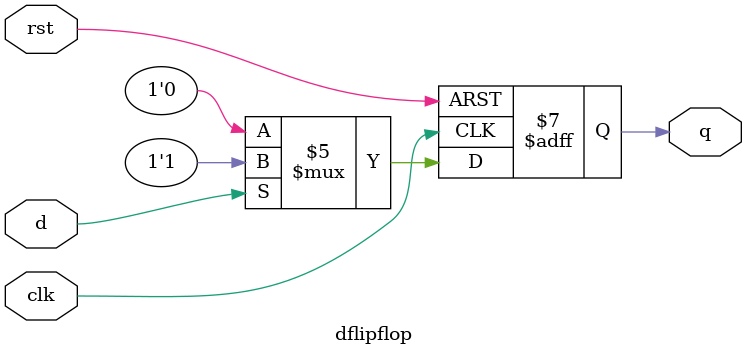
<source format=v>
module dflipflop(
  input wire clk, rst, d,
  output reg q
);

  always @(posedge clk or negedge rst)
begin
  if(~rst)
    begin
    q<=0;
    end
  else
    begin
  if (d==1)
    q<=1;
  else
    q<=0;
    end
end
  
endmodule
</source>
